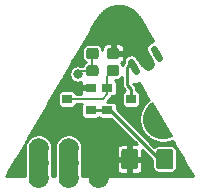
<source format=gbr>
G04 #@! TF.GenerationSoftware,KiCad,Pcbnew,5.0.0-fee4fd1~66~ubuntu18.04.1*
G04 #@! TF.CreationDate,2018-09-18T17:11:03+02:00*
G04 #@! TF.ProjectId,Lulu_star_212,4C756C755F737461725F3231322E6B69,2.1.2*
G04 #@! TF.SameCoordinates,Original*
G04 #@! TF.FileFunction,Copper,L1,Top*
G04 #@! TF.FilePolarity,Positive*
%FSLAX46Y46*%
G04 Gerber Fmt 4.6, Leading zero omitted, Abs format (unit mm)*
G04 Created by KiCad (PCBNEW 5.0.0-fee4fd1~66~ubuntu18.04.1) date Tue Sep 18 17:11:03 2018*
%MOMM*%
%LPD*%
G01*
G04 APERTURE LIST*
G04 #@! TA.AperFunction,EtchedComponent*
%ADD10C,0.100000*%
G04 #@! TD*
G04 #@! TA.AperFunction,ViaPad*
%ADD11C,0.400000*%
G04 #@! TD*
G04 #@! TA.AperFunction,ViaPad*
%ADD12C,1.000000*%
G04 #@! TD*
G04 #@! TA.AperFunction,ComponentPad*
%ADD13C,0.600000*%
G04 #@! TD*
G04 #@! TA.AperFunction,Conductor*
%ADD14C,0.600000*%
G04 #@! TD*
G04 #@! TA.AperFunction,ComponentPad*
%ADD15C,1.100000*%
G04 #@! TD*
G04 #@! TA.AperFunction,Conductor*
%ADD16C,1.100000*%
G04 #@! TD*
G04 #@! TA.AperFunction,SMDPad,CuDef*
%ADD17C,2.480000*%
G04 #@! TD*
G04 #@! TA.AperFunction,Conductor*
%ADD18C,0.100000*%
G04 #@! TD*
G04 #@! TA.AperFunction,SMDPad,CuDef*
%ADD19C,0.950000*%
G04 #@! TD*
G04 #@! TA.AperFunction,SMDPad,CuDef*
%ADD20C,1.675000*%
G04 #@! TD*
G04 #@! TA.AperFunction,ComponentPad*
%ADD21C,1.670000*%
G04 #@! TD*
G04 #@! TA.AperFunction,SMDPad,CuDef*
%ADD22R,0.900000X0.800000*%
G04 #@! TD*
G04 #@! TA.AperFunction,SMDPad,CuDef*
%ADD23C,1.425000*%
G04 #@! TD*
G04 #@! TA.AperFunction,ViaPad*
%ADD24C,0.600000*%
G04 #@! TD*
G04 #@! TA.AperFunction,ViaPad*
%ADD25C,0.800000*%
G04 #@! TD*
G04 #@! TA.AperFunction,Conductor*
%ADD26C,0.250000*%
G04 #@! TD*
G04 #@! TA.AperFunction,Conductor*
%ADD27C,0.150000*%
G04 #@! TD*
G04 #@! TA.AperFunction,Conductor*
%ADD28C,0.254000*%
G04 #@! TD*
G04 APERTURE END LIST*
D10*
G04 #@! TO.C,P1*
G36*
X74442770Y-40829644D02*
X74412770Y-40777682D01*
X74391430Y-40720721D01*
X74365091Y-40655099D01*
X74332411Y-40558497D01*
X74299732Y-40461894D01*
X74280713Y-40368952D01*
X74254014Y-40222708D01*
X74247315Y-40111106D01*
X74245616Y-40008163D01*
X74250257Y-39936202D01*
X74258559Y-39850580D01*
X74272841Y-39715317D01*
X74287482Y-39660676D01*
X74305783Y-39592375D01*
X74327744Y-39510414D01*
X74354706Y-39437112D01*
X74374347Y-39391131D01*
X74397648Y-39331490D01*
X74417289Y-39285510D01*
X74445591Y-39234529D01*
X74473892Y-39183548D01*
X74502193Y-39132567D01*
X74539155Y-39076587D01*
X74563796Y-39039266D01*
X74597097Y-38996946D01*
X74642719Y-38935965D01*
X74693340Y-38883644D01*
X74756283Y-38812664D01*
X74794584Y-38779003D01*
X74832885Y-38745343D01*
X74879847Y-38706683D01*
X74952789Y-38653023D01*
X75025731Y-38599362D01*
X75095013Y-38559362D01*
X75945013Y-40031606D01*
X74472770Y-40881606D01*
X74442770Y-40829644D01*
G37*
G36*
X76743052Y-41533849D02*
X76691090Y-41563849D01*
X76634129Y-41585188D01*
X76568507Y-41611528D01*
X76471905Y-41644208D01*
X76375302Y-41676887D01*
X76282360Y-41695906D01*
X76136116Y-41722605D01*
X76024514Y-41729304D01*
X75921571Y-41731003D01*
X75849610Y-41726362D01*
X75763988Y-41718060D01*
X75628725Y-41703778D01*
X75574084Y-41689137D01*
X75505783Y-41670836D01*
X75423821Y-41648874D01*
X75350520Y-41621913D01*
X75304539Y-41602272D01*
X75244898Y-41578971D01*
X75198918Y-41559330D01*
X75147937Y-41531028D01*
X75096956Y-41502727D01*
X75045975Y-41474426D01*
X74989995Y-41437464D01*
X74952674Y-41412823D01*
X74910354Y-41379522D01*
X74849373Y-41333900D01*
X74797052Y-41283278D01*
X74726071Y-41220336D01*
X74692411Y-41182035D01*
X74658751Y-41143734D01*
X74620091Y-41096772D01*
X74566430Y-41023830D01*
X74512770Y-40950888D01*
X74472770Y-40881606D01*
X75945013Y-40031606D01*
X76795013Y-41503849D01*
X76743052Y-41533849D01*
G37*
G04 #@! TD*
D11*
G04 #@! TO.N,GND*
G04 #@! TO.C,LED1*
X71396115Y-32893469D03*
D12*
X72143258Y-32460365D03*
D13*
G04 #@! TD*
G04 #@! TO.P,LED1,2*
G04 #@! TO.N,+3V3*
X75365987Y-34459020D03*
D14*
G04 #@! TO.N,+3V3*
G04 #@! TO.C,LED1*
X75140307Y-34069702D02*
X75591667Y-34848338D01*
D13*
G04 #@! TD*
G04 #@! TO.P,LED1,1*
G04 #@! TO.N,Net-(LED1-Pad1)*
X73462653Y-35562344D03*
D14*
G04 #@! TO.N,Net-(LED1-Pad1)*
G04 #@! TO.C,LED1*
X73236973Y-35173026D02*
X73688333Y-35951662D01*
D15*
G04 #@! TD*
G04 #@! TO.P,LED1,3*
G04 #@! TO.N,GND*
X74339094Y-34880909D03*
D16*
G04 #@! TO.N,GND*
G04 #@! TO.C,LED1*
X74038188Y-34361818D02*
X74640000Y-35400000D01*
D11*
X72879417Y-32033629D03*
X72575397Y-33205841D03*
X71715557Y-31722539D03*
X72356137Y-31637812D03*
X71915283Y-33294663D03*
X72970042Y-32681666D03*
X71313191Y-32240812D03*
D17*
G04 #@! TD*
G04 #@! TO.P,LED1,*
G04 #@! TO.N,GND*
X72143258Y-32460365D03*
D18*
G04 #@! TO.N,GND*
G04 #@! TO.C,LED1*
G36*
X71685526Y-31307941D02*
X71800687Y-31268624D01*
X71919148Y-31240785D01*
X72039767Y-31224691D01*
X72161382Y-31220498D01*
X72282824Y-31228245D01*
X72402921Y-31247858D01*
X72520516Y-31279147D01*
X72634479Y-31321813D01*
X72743712Y-31375444D01*
X72847162Y-31439522D01*
X72943833Y-31513433D01*
X73032793Y-31596463D01*
X73113187Y-31687812D01*
X73184239Y-31786602D01*
X73207417Y-31826586D01*
X73212690Y-31823529D01*
X74550219Y-34130888D01*
X73583326Y-34691376D01*
X72870989Y-33462531D01*
X72817021Y-33501346D01*
X72711743Y-33562374D01*
X72600990Y-33612789D01*
X72485829Y-33652106D01*
X72367368Y-33679945D01*
X72246749Y-33696039D01*
X72125134Y-33700232D01*
X72003692Y-33692485D01*
X71883595Y-33672872D01*
X71766000Y-33641583D01*
X71652037Y-33598917D01*
X71542804Y-33545286D01*
X71439354Y-33481208D01*
X71342683Y-33407297D01*
X71253723Y-33324267D01*
X71173329Y-33232918D01*
X71102277Y-33134128D01*
X71041249Y-33028850D01*
X70990834Y-32918097D01*
X70951517Y-32802936D01*
X70923678Y-32684475D01*
X70907584Y-32563856D01*
X70903391Y-32442241D01*
X70911138Y-32320799D01*
X70930751Y-32200702D01*
X70962040Y-32083107D01*
X71004706Y-31969144D01*
X71058337Y-31859911D01*
X71122415Y-31756461D01*
X71196326Y-31659790D01*
X71279356Y-31570830D01*
X71370705Y-31490436D01*
X71469495Y-31419384D01*
X71574773Y-31358356D01*
X71685526Y-31307941D01*
X71685526Y-31307941D01*
G37*
G04 #@! TD*
G04 #@! TO.N,/PWM*
G04 #@! TO.C,R3*
G36*
X70275779Y-34006144D02*
X70298834Y-34009563D01*
X70321443Y-34015227D01*
X70343387Y-34023079D01*
X70364457Y-34033044D01*
X70384448Y-34045026D01*
X70403168Y-34058910D01*
X70420438Y-34074562D01*
X70436090Y-34091832D01*
X70449974Y-34110552D01*
X70461956Y-34130543D01*
X70471921Y-34151613D01*
X70479773Y-34173557D01*
X70485437Y-34196166D01*
X70488856Y-34219221D01*
X70490000Y-34242500D01*
X70490000Y-34717500D01*
X70488856Y-34740779D01*
X70485437Y-34763834D01*
X70479773Y-34786443D01*
X70471921Y-34808387D01*
X70461956Y-34829457D01*
X70449974Y-34849448D01*
X70436090Y-34868168D01*
X70420438Y-34885438D01*
X70403168Y-34901090D01*
X70384448Y-34914974D01*
X70364457Y-34926956D01*
X70343387Y-34936921D01*
X70321443Y-34944773D01*
X70298834Y-34950437D01*
X70275779Y-34953856D01*
X70252500Y-34955000D01*
X69677500Y-34955000D01*
X69654221Y-34953856D01*
X69631166Y-34950437D01*
X69608557Y-34944773D01*
X69586613Y-34936921D01*
X69565543Y-34926956D01*
X69545552Y-34914974D01*
X69526832Y-34901090D01*
X69509562Y-34885438D01*
X69493910Y-34868168D01*
X69480026Y-34849448D01*
X69468044Y-34829457D01*
X69458079Y-34808387D01*
X69450227Y-34786443D01*
X69444563Y-34763834D01*
X69441144Y-34740779D01*
X69440000Y-34717500D01*
X69440000Y-34242500D01*
X69441144Y-34219221D01*
X69444563Y-34196166D01*
X69450227Y-34173557D01*
X69458079Y-34151613D01*
X69468044Y-34130543D01*
X69480026Y-34110552D01*
X69493910Y-34091832D01*
X69509562Y-34074562D01*
X69526832Y-34058910D01*
X69545552Y-34045026D01*
X69565543Y-34033044D01*
X69586613Y-34023079D01*
X69608557Y-34015227D01*
X69631166Y-34009563D01*
X69654221Y-34006144D01*
X69677500Y-34005000D01*
X70252500Y-34005000D01*
X70275779Y-34006144D01*
X70275779Y-34006144D01*
G37*
D19*
G04 #@! TD*
G04 #@! TO.P,R3,1*
G04 #@! TO.N,/PWM*
X69965000Y-34480000D03*
D18*
G04 #@! TO.N,GND*
G04 #@! TO.C,R3*
G36*
X72025779Y-34006144D02*
X72048834Y-34009563D01*
X72071443Y-34015227D01*
X72093387Y-34023079D01*
X72114457Y-34033044D01*
X72134448Y-34045026D01*
X72153168Y-34058910D01*
X72170438Y-34074562D01*
X72186090Y-34091832D01*
X72199974Y-34110552D01*
X72211956Y-34130543D01*
X72221921Y-34151613D01*
X72229773Y-34173557D01*
X72235437Y-34196166D01*
X72238856Y-34219221D01*
X72240000Y-34242500D01*
X72240000Y-34717500D01*
X72238856Y-34740779D01*
X72235437Y-34763834D01*
X72229773Y-34786443D01*
X72221921Y-34808387D01*
X72211956Y-34829457D01*
X72199974Y-34849448D01*
X72186090Y-34868168D01*
X72170438Y-34885438D01*
X72153168Y-34901090D01*
X72134448Y-34914974D01*
X72114457Y-34926956D01*
X72093387Y-34936921D01*
X72071443Y-34944773D01*
X72048834Y-34950437D01*
X72025779Y-34953856D01*
X72002500Y-34955000D01*
X71427500Y-34955000D01*
X71404221Y-34953856D01*
X71381166Y-34950437D01*
X71358557Y-34944773D01*
X71336613Y-34936921D01*
X71315543Y-34926956D01*
X71295552Y-34914974D01*
X71276832Y-34901090D01*
X71259562Y-34885438D01*
X71243910Y-34868168D01*
X71230026Y-34849448D01*
X71218044Y-34829457D01*
X71208079Y-34808387D01*
X71200227Y-34786443D01*
X71194563Y-34763834D01*
X71191144Y-34740779D01*
X71190000Y-34717500D01*
X71190000Y-34242500D01*
X71191144Y-34219221D01*
X71194563Y-34196166D01*
X71200227Y-34173557D01*
X71208079Y-34151613D01*
X71218044Y-34130543D01*
X71230026Y-34110552D01*
X71243910Y-34091832D01*
X71259562Y-34074562D01*
X71276832Y-34058910D01*
X71295552Y-34045026D01*
X71315543Y-34033044D01*
X71336613Y-34023079D01*
X71358557Y-34015227D01*
X71381166Y-34009563D01*
X71404221Y-34006144D01*
X71427500Y-34005000D01*
X72002500Y-34005000D01*
X72025779Y-34006144D01*
X72025779Y-34006144D01*
G37*
D19*
G04 #@! TD*
G04 #@! TO.P,R3,2*
G04 #@! TO.N,GND*
X71715000Y-34480000D03*
D18*
G04 #@! TO.N,GND*
G04 #@! TO.C,J1*
G36*
X70560090Y-41662033D02*
X70641389Y-41674092D01*
X70721114Y-41694062D01*
X70798498Y-41721751D01*
X70872796Y-41756891D01*
X70943291Y-41799144D01*
X71009305Y-41848104D01*
X71070203Y-41903298D01*
X71125397Y-41964196D01*
X71174357Y-42030210D01*
X71216610Y-42100705D01*
X71251750Y-42175003D01*
X71279439Y-42252387D01*
X71299409Y-42332112D01*
X71311468Y-42413411D01*
X71315501Y-42495500D01*
X71315501Y-45020500D01*
X71311468Y-45102589D01*
X71299409Y-45183888D01*
X71279439Y-45263613D01*
X71251750Y-45340997D01*
X71216610Y-45415295D01*
X71174357Y-45485790D01*
X71125397Y-45551804D01*
X71070203Y-45612702D01*
X71009305Y-45667896D01*
X70943291Y-45716856D01*
X70872796Y-45759109D01*
X70798498Y-45794249D01*
X70721114Y-45821938D01*
X70641389Y-45841908D01*
X70560090Y-45853967D01*
X70478001Y-45858000D01*
X70477999Y-45858000D01*
X70395910Y-45853967D01*
X70314611Y-45841908D01*
X70234886Y-45821938D01*
X70157502Y-45794249D01*
X70083204Y-45759109D01*
X70012709Y-45716856D01*
X69946695Y-45667896D01*
X69885797Y-45612702D01*
X69830603Y-45551804D01*
X69781643Y-45485790D01*
X69739390Y-45415295D01*
X69704250Y-45340997D01*
X69676561Y-45263613D01*
X69656591Y-45183888D01*
X69644532Y-45102589D01*
X69640499Y-45020500D01*
X69640499Y-42495500D01*
X69644532Y-42413411D01*
X69656591Y-42332112D01*
X69676561Y-42252387D01*
X69704250Y-42175003D01*
X69739390Y-42100705D01*
X69781643Y-42030210D01*
X69830603Y-41964196D01*
X69885797Y-41903298D01*
X69946695Y-41848104D01*
X70012709Y-41799144D01*
X70083204Y-41756891D01*
X70157502Y-41721751D01*
X70234886Y-41694062D01*
X70314611Y-41674092D01*
X70395910Y-41662033D01*
X70477999Y-41658000D01*
X70478001Y-41658000D01*
X70560090Y-41662033D01*
X70560090Y-41662033D01*
G37*
D20*
G04 #@! TD*
G04 #@! TO.P,J1,3*
G04 #@! TO.N,GND*
X70478000Y-43758000D03*
D21*
G04 #@! TO.P,J1,3*
G04 #@! TO.N,GND*
X70478000Y-42488000D03*
X70478000Y-45028000D03*
G04 #@! TO.P,J1,2*
G04 #@! TO.N,/PWM*
X67938000Y-42488000D03*
D18*
G04 #@! TD*
G04 #@! TO.N,/PWM*
G04 #@! TO.C,J1*
G36*
X68020090Y-41662033D02*
X68101389Y-41674092D01*
X68181114Y-41694062D01*
X68258498Y-41721751D01*
X68332796Y-41756891D01*
X68403291Y-41799144D01*
X68469305Y-41848104D01*
X68530203Y-41903298D01*
X68585397Y-41964196D01*
X68634357Y-42030210D01*
X68676610Y-42100705D01*
X68711750Y-42175003D01*
X68739439Y-42252387D01*
X68759409Y-42332112D01*
X68771468Y-42413411D01*
X68775501Y-42495500D01*
X68775501Y-45020500D01*
X68771468Y-45102589D01*
X68759409Y-45183888D01*
X68739439Y-45263613D01*
X68711750Y-45340997D01*
X68676610Y-45415295D01*
X68634357Y-45485790D01*
X68585397Y-45551804D01*
X68530203Y-45612702D01*
X68469305Y-45667896D01*
X68403291Y-45716856D01*
X68332796Y-45759109D01*
X68258498Y-45794249D01*
X68181114Y-45821938D01*
X68101389Y-45841908D01*
X68020090Y-45853967D01*
X67938001Y-45858000D01*
X67937999Y-45858000D01*
X67855910Y-45853967D01*
X67774611Y-45841908D01*
X67694886Y-45821938D01*
X67617502Y-45794249D01*
X67543204Y-45759109D01*
X67472709Y-45716856D01*
X67406695Y-45667896D01*
X67345797Y-45612702D01*
X67290603Y-45551804D01*
X67241643Y-45485790D01*
X67199390Y-45415295D01*
X67164250Y-45340997D01*
X67136561Y-45263613D01*
X67116591Y-45183888D01*
X67104532Y-45102589D01*
X67100499Y-45020500D01*
X67100499Y-42495500D01*
X67104532Y-42413411D01*
X67116591Y-42332112D01*
X67136561Y-42252387D01*
X67164250Y-42175003D01*
X67199390Y-42100705D01*
X67241643Y-42030210D01*
X67290603Y-41964196D01*
X67345797Y-41903298D01*
X67406695Y-41848104D01*
X67472709Y-41799144D01*
X67543204Y-41756891D01*
X67617502Y-41721751D01*
X67694886Y-41694062D01*
X67774611Y-41674092D01*
X67855910Y-41662033D01*
X67937999Y-41658000D01*
X67938001Y-41658000D01*
X68020090Y-41662033D01*
X68020090Y-41662033D01*
G37*
D20*
G04 #@! TO.P,J1,2*
G04 #@! TO.N,/PWM*
X67938000Y-43758000D03*
D21*
X67938000Y-45028000D03*
D18*
G04 #@! TD*
G04 #@! TO.N,+3V3*
G04 #@! TO.C,J1*
G36*
X65480090Y-41662033D02*
X65561389Y-41674092D01*
X65641114Y-41694062D01*
X65718498Y-41721751D01*
X65792796Y-41756891D01*
X65863291Y-41799144D01*
X65929305Y-41848104D01*
X65990203Y-41903298D01*
X66045397Y-41964196D01*
X66094357Y-42030210D01*
X66136610Y-42100705D01*
X66171750Y-42175003D01*
X66199439Y-42252387D01*
X66219409Y-42332112D01*
X66231468Y-42413411D01*
X66235501Y-42495500D01*
X66235501Y-45020500D01*
X66231468Y-45102589D01*
X66219409Y-45183888D01*
X66199439Y-45263613D01*
X66171750Y-45340997D01*
X66136610Y-45415295D01*
X66094357Y-45485790D01*
X66045397Y-45551804D01*
X65990203Y-45612702D01*
X65929305Y-45667896D01*
X65863291Y-45716856D01*
X65792796Y-45759109D01*
X65718498Y-45794249D01*
X65641114Y-45821938D01*
X65561389Y-45841908D01*
X65480090Y-45853967D01*
X65398001Y-45858000D01*
X65397999Y-45858000D01*
X65315910Y-45853967D01*
X65234611Y-45841908D01*
X65154886Y-45821938D01*
X65077502Y-45794249D01*
X65003204Y-45759109D01*
X64932709Y-45716856D01*
X64866695Y-45667896D01*
X64805797Y-45612702D01*
X64750603Y-45551804D01*
X64701643Y-45485790D01*
X64659390Y-45415295D01*
X64624250Y-45340997D01*
X64596561Y-45263613D01*
X64576591Y-45183888D01*
X64564532Y-45102589D01*
X64560499Y-45020500D01*
X64560499Y-42495500D01*
X64564532Y-42413411D01*
X64576591Y-42332112D01*
X64596561Y-42252387D01*
X64624250Y-42175003D01*
X64659390Y-42100705D01*
X64701643Y-42030210D01*
X64750603Y-41964196D01*
X64805797Y-41903298D01*
X64866695Y-41848104D01*
X64932709Y-41799144D01*
X65003204Y-41756891D01*
X65077502Y-41721751D01*
X65154886Y-41694062D01*
X65234611Y-41674092D01*
X65315910Y-41662033D01*
X65397999Y-41658000D01*
X65398001Y-41658000D01*
X65480090Y-41662033D01*
X65480090Y-41662033D01*
G37*
D20*
G04 #@! TO.P,J1,1*
G04 #@! TO.N,+3V3*
X65398000Y-43758000D03*
D21*
X65398000Y-45028000D03*
X65398000Y-42488000D03*
G04 #@! TD*
D22*
G04 #@! TO.P,T1,3*
G04 #@! TO.N,Net-(Q1-Pad1)*
X67810000Y-38340000D03*
G04 #@! TO.P,T1,2*
G04 #@! TO.N,GND*
X69810000Y-37390000D03*
G04 #@! TO.P,T1,1*
G04 #@! TO.N,Net-(Q1-Pad2)*
X69810000Y-39290000D03*
G04 #@! TD*
G04 #@! TO.P,Q1,3*
G04 #@! TO.N,Net-(LED1-Pad1)*
X73230000Y-38340000D03*
G04 #@! TO.P,Q1,2*
G04 #@! TO.N,Net-(Q1-Pad2)*
X71230000Y-39290000D03*
G04 #@! TO.P,Q1,1*
G04 #@! TO.N,Net-(Q1-Pad1)*
X71230000Y-37390000D03*
G04 #@! TD*
D18*
G04 #@! TO.N,/PWM*
G04 #@! TO.C,R1*
G36*
X70265779Y-35466144D02*
X70288834Y-35469563D01*
X70311443Y-35475227D01*
X70333387Y-35483079D01*
X70354457Y-35493044D01*
X70374448Y-35505026D01*
X70393168Y-35518910D01*
X70410438Y-35534562D01*
X70426090Y-35551832D01*
X70439974Y-35570552D01*
X70451956Y-35590543D01*
X70461921Y-35611613D01*
X70469773Y-35633557D01*
X70475437Y-35656166D01*
X70478856Y-35679221D01*
X70480000Y-35702500D01*
X70480000Y-36177500D01*
X70478856Y-36200779D01*
X70475437Y-36223834D01*
X70469773Y-36246443D01*
X70461921Y-36268387D01*
X70451956Y-36289457D01*
X70439974Y-36309448D01*
X70426090Y-36328168D01*
X70410438Y-36345438D01*
X70393168Y-36361090D01*
X70374448Y-36374974D01*
X70354457Y-36386956D01*
X70333387Y-36396921D01*
X70311443Y-36404773D01*
X70288834Y-36410437D01*
X70265779Y-36413856D01*
X70242500Y-36415000D01*
X69667500Y-36415000D01*
X69644221Y-36413856D01*
X69621166Y-36410437D01*
X69598557Y-36404773D01*
X69576613Y-36396921D01*
X69555543Y-36386956D01*
X69535552Y-36374974D01*
X69516832Y-36361090D01*
X69499562Y-36345438D01*
X69483910Y-36328168D01*
X69470026Y-36309448D01*
X69458044Y-36289457D01*
X69448079Y-36268387D01*
X69440227Y-36246443D01*
X69434563Y-36223834D01*
X69431144Y-36200779D01*
X69430000Y-36177500D01*
X69430000Y-35702500D01*
X69431144Y-35679221D01*
X69434563Y-35656166D01*
X69440227Y-35633557D01*
X69448079Y-35611613D01*
X69458044Y-35590543D01*
X69470026Y-35570552D01*
X69483910Y-35551832D01*
X69499562Y-35534562D01*
X69516832Y-35518910D01*
X69535552Y-35505026D01*
X69555543Y-35493044D01*
X69576613Y-35483079D01*
X69598557Y-35475227D01*
X69621166Y-35469563D01*
X69644221Y-35466144D01*
X69667500Y-35465000D01*
X70242500Y-35465000D01*
X70265779Y-35466144D01*
X70265779Y-35466144D01*
G37*
D19*
G04 #@! TD*
G04 #@! TO.P,R1,2*
G04 #@! TO.N,/PWM*
X69955000Y-35940000D03*
D18*
G04 #@! TO.N,Net-(Q1-Pad1)*
G04 #@! TO.C,R1*
G36*
X72015779Y-35466144D02*
X72038834Y-35469563D01*
X72061443Y-35475227D01*
X72083387Y-35483079D01*
X72104457Y-35493044D01*
X72124448Y-35505026D01*
X72143168Y-35518910D01*
X72160438Y-35534562D01*
X72176090Y-35551832D01*
X72189974Y-35570552D01*
X72201956Y-35590543D01*
X72211921Y-35611613D01*
X72219773Y-35633557D01*
X72225437Y-35656166D01*
X72228856Y-35679221D01*
X72230000Y-35702500D01*
X72230000Y-36177500D01*
X72228856Y-36200779D01*
X72225437Y-36223834D01*
X72219773Y-36246443D01*
X72211921Y-36268387D01*
X72201956Y-36289457D01*
X72189974Y-36309448D01*
X72176090Y-36328168D01*
X72160438Y-36345438D01*
X72143168Y-36361090D01*
X72124448Y-36374974D01*
X72104457Y-36386956D01*
X72083387Y-36396921D01*
X72061443Y-36404773D01*
X72038834Y-36410437D01*
X72015779Y-36413856D01*
X71992500Y-36415000D01*
X71417500Y-36415000D01*
X71394221Y-36413856D01*
X71371166Y-36410437D01*
X71348557Y-36404773D01*
X71326613Y-36396921D01*
X71305543Y-36386956D01*
X71285552Y-36374974D01*
X71266832Y-36361090D01*
X71249562Y-36345438D01*
X71233910Y-36328168D01*
X71220026Y-36309448D01*
X71208044Y-36289457D01*
X71198079Y-36268387D01*
X71190227Y-36246443D01*
X71184563Y-36223834D01*
X71181144Y-36200779D01*
X71180000Y-36177500D01*
X71180000Y-35702500D01*
X71181144Y-35679221D01*
X71184563Y-35656166D01*
X71190227Y-35633557D01*
X71198079Y-35611613D01*
X71208044Y-35590543D01*
X71220026Y-35570552D01*
X71233910Y-35551832D01*
X71249562Y-35534562D01*
X71266832Y-35518910D01*
X71285552Y-35505026D01*
X71305543Y-35493044D01*
X71326613Y-35483079D01*
X71348557Y-35475227D01*
X71371166Y-35469563D01*
X71394221Y-35466144D01*
X71417500Y-35465000D01*
X71992500Y-35465000D01*
X72015779Y-35466144D01*
X72015779Y-35466144D01*
G37*
D19*
G04 #@! TD*
G04 #@! TO.P,R1,1*
G04 #@! TO.N,Net-(Q1-Pad1)*
X71705000Y-35940000D03*
D18*
G04 #@! TO.N,GND*
G04 #@! TO.C,R2*
G36*
X73600069Y-42556201D02*
X73624276Y-42559792D01*
X73648015Y-42565738D01*
X73671057Y-42573982D01*
X73693180Y-42584446D01*
X73714171Y-42597027D01*
X73733827Y-42611605D01*
X73751960Y-42628040D01*
X73768395Y-42646173D01*
X73782973Y-42665829D01*
X73795554Y-42686820D01*
X73806018Y-42708943D01*
X73814262Y-42731985D01*
X73820208Y-42755724D01*
X73823799Y-42779931D01*
X73825000Y-42804374D01*
X73825000Y-44055626D01*
X73823799Y-44080069D01*
X73820208Y-44104276D01*
X73814262Y-44128015D01*
X73806018Y-44151057D01*
X73795554Y-44173180D01*
X73782973Y-44194171D01*
X73768395Y-44213827D01*
X73751960Y-44231960D01*
X73733827Y-44248395D01*
X73714171Y-44262973D01*
X73693180Y-44275554D01*
X73671057Y-44286018D01*
X73648015Y-44294262D01*
X73624276Y-44300208D01*
X73600069Y-44303799D01*
X73575626Y-44305000D01*
X72649374Y-44305000D01*
X72624931Y-44303799D01*
X72600724Y-44300208D01*
X72576985Y-44294262D01*
X72553943Y-44286018D01*
X72531820Y-44275554D01*
X72510829Y-44262973D01*
X72491173Y-44248395D01*
X72473040Y-44231960D01*
X72456605Y-44213827D01*
X72442027Y-44194171D01*
X72429446Y-44173180D01*
X72418982Y-44151057D01*
X72410738Y-44128015D01*
X72404792Y-44104276D01*
X72401201Y-44080069D01*
X72400000Y-44055626D01*
X72400000Y-42804374D01*
X72401201Y-42779931D01*
X72404792Y-42755724D01*
X72410738Y-42731985D01*
X72418982Y-42708943D01*
X72429446Y-42686820D01*
X72442027Y-42665829D01*
X72456605Y-42646173D01*
X72473040Y-42628040D01*
X72491173Y-42611605D01*
X72510829Y-42597027D01*
X72531820Y-42584446D01*
X72553943Y-42573982D01*
X72576985Y-42565738D01*
X72600724Y-42559792D01*
X72624931Y-42556201D01*
X72649374Y-42555000D01*
X73575626Y-42555000D01*
X73600069Y-42556201D01*
X73600069Y-42556201D01*
G37*
D23*
G04 #@! TD*
G04 #@! TO.P,R2,2*
G04 #@! TO.N,GND*
X73112500Y-43430000D03*
D18*
G04 #@! TO.N,Net-(Q1-Pad2)*
G04 #@! TO.C,R2*
G36*
X76574504Y-42556204D02*
X76598773Y-42559804D01*
X76622571Y-42565765D01*
X76645671Y-42574030D01*
X76667849Y-42584520D01*
X76688893Y-42597133D01*
X76708598Y-42611747D01*
X76726777Y-42628223D01*
X76743253Y-42646402D01*
X76757867Y-42666107D01*
X76770480Y-42687151D01*
X76780970Y-42709329D01*
X76789235Y-42732429D01*
X76795196Y-42756227D01*
X76798796Y-42780496D01*
X76800000Y-42805000D01*
X76800000Y-44055000D01*
X76798796Y-44079504D01*
X76795196Y-44103773D01*
X76789235Y-44127571D01*
X76780970Y-44150671D01*
X76770480Y-44172849D01*
X76757867Y-44193893D01*
X76743253Y-44213598D01*
X76726777Y-44231777D01*
X76708598Y-44248253D01*
X76688893Y-44262867D01*
X76667849Y-44275480D01*
X76645671Y-44285970D01*
X76622571Y-44294235D01*
X76598773Y-44300196D01*
X76574504Y-44303796D01*
X76550000Y-44305000D01*
X75625000Y-44305000D01*
X75600496Y-44303796D01*
X75576227Y-44300196D01*
X75552429Y-44294235D01*
X75529329Y-44285970D01*
X75507151Y-44275480D01*
X75486107Y-44262867D01*
X75466402Y-44248253D01*
X75448223Y-44231777D01*
X75431747Y-44213598D01*
X75417133Y-44193893D01*
X75404520Y-44172849D01*
X75394030Y-44150671D01*
X75385765Y-44127571D01*
X75379804Y-44103773D01*
X75376204Y-44079504D01*
X75375000Y-44055000D01*
X75375000Y-42805000D01*
X75376204Y-42780496D01*
X75379804Y-42756227D01*
X75385765Y-42732429D01*
X75394030Y-42709329D01*
X75404520Y-42687151D01*
X75417133Y-42666107D01*
X75431747Y-42646402D01*
X75448223Y-42628223D01*
X75466402Y-42611747D01*
X75486107Y-42597133D01*
X75507151Y-42584520D01*
X75529329Y-42574030D01*
X75552429Y-42565765D01*
X75576227Y-42559804D01*
X75600496Y-42556204D01*
X75625000Y-42555000D01*
X76550000Y-42555000D01*
X76574504Y-42556204D01*
X76574504Y-42556204D01*
G37*
D23*
G04 #@! TD*
G04 #@! TO.P,R2,1*
G04 #@! TO.N,Net-(Q1-Pad2)*
X76087500Y-43430000D03*
D24*
G04 #@! TO.N,GND*
X71740000Y-44600000D03*
X69208000Y-44600000D03*
X66668000Y-44600000D03*
X64128000Y-44600000D03*
D25*
G04 #@! TO.N,/PWM*
X68730002Y-36220000D03*
G04 #@! TD*
D26*
G04 #@! TO.N,Net-(Q1-Pad2)*
X75616000Y-43430000D02*
X76087500Y-43430000D01*
X71306000Y-39120000D02*
X75616000Y-43430000D01*
X71256000Y-39120000D02*
X71306000Y-39120000D01*
X71230000Y-39290000D02*
X69810000Y-39290000D01*
D27*
G04 #@! TO.N,Net-(Q1-Pad1)*
X71240000Y-37204000D02*
X71256000Y-37220000D01*
X71230000Y-37390000D02*
X71230000Y-36415000D01*
X71230000Y-36415000D02*
X71705000Y-35940000D01*
X71230000Y-37940000D02*
X71230000Y-37390000D01*
X70830000Y-38340000D02*
X71230000Y-37940000D01*
X67810000Y-38340000D02*
X70830000Y-38340000D01*
G04 #@! TO.N,/PWM*
X69955000Y-34320000D02*
X69955000Y-35790000D01*
X69010002Y-35940000D02*
X68730002Y-36220000D01*
X69955000Y-35940000D02*
X69010002Y-35940000D01*
D26*
G04 #@! TO.N,Net-(LED1-Pad1)*
X72930000Y-35610000D02*
X73040000Y-35500000D01*
X72930000Y-37190000D02*
X72930000Y-35610000D01*
X73236671Y-35500000D02*
X73511976Y-35775305D01*
X73040000Y-35500000D02*
X73236671Y-35500000D01*
X72930000Y-37190000D02*
X73230000Y-37490000D01*
X73230000Y-37490000D02*
X73230000Y-38340000D01*
G04 #@! TO.N,+3V3*
X65398000Y-43758000D02*
X65398000Y-42488000D01*
G04 #@! TD*
D28*
G04 #@! TO.N,GND*
G36*
X72266410Y-30470960D02*
X72351995Y-30476407D01*
X72434573Y-30485274D01*
X72515259Y-30497615D01*
X72594510Y-30513275D01*
X72671979Y-30531955D01*
X72747523Y-30553605D01*
X72821388Y-30578238D01*
X72893750Y-30605752D01*
X72964523Y-30636027D01*
X73033857Y-30669021D01*
X73101674Y-30704590D01*
X73168083Y-30742710D01*
X73233042Y-30783252D01*
X73296618Y-30826177D01*
X73358821Y-30871370D01*
X73419594Y-30918706D01*
X73479013Y-30968165D01*
X73537058Y-31019599D01*
X73593679Y-31072881D01*
X73648897Y-31127941D01*
X73702724Y-31184684D01*
X73755177Y-31243012D01*
X73806205Y-31302754D01*
X73855810Y-31363846D01*
X73904028Y-31426157D01*
X73950776Y-31489512D01*
X73996147Y-31553907D01*
X74040035Y-31619069D01*
X74082540Y-31685035D01*
X74123600Y-31751562D01*
X74163812Y-31819570D01*
X74209793Y-31899047D01*
X74209803Y-31899069D01*
X74217703Y-31912720D01*
X74222182Y-31920461D01*
X74222190Y-31920472D01*
X74267840Y-31999349D01*
X74315386Y-32081531D01*
X74315396Y-32081552D01*
X74322568Y-32093944D01*
X74327775Y-32102944D01*
X74327782Y-32102954D01*
X74373433Y-32181834D01*
X74420979Y-32264014D01*
X74420989Y-32264037D01*
X74428160Y-32276427D01*
X74433367Y-32285427D01*
X74433375Y-32285438D01*
X74478692Y-32363739D01*
X74526570Y-32446495D01*
X74526579Y-32446514D01*
X74533752Y-32458909D01*
X74538960Y-32467910D01*
X74538966Y-32467919D01*
X74584461Y-32546532D01*
X74632165Y-32628984D01*
X74632171Y-32628997D01*
X74637379Y-32637996D01*
X74644554Y-32650397D01*
X74644562Y-32650408D01*
X74687029Y-32723789D01*
X74737758Y-32811466D01*
X74737764Y-32811480D01*
X74744939Y-32823878D01*
X74750148Y-32832881D01*
X74750154Y-32832889D01*
X74795502Y-32911249D01*
X74843351Y-32993949D01*
X74843357Y-32993963D01*
X74850532Y-33006361D01*
X74855741Y-33015364D01*
X74855747Y-33015372D01*
X74901239Y-33093981D01*
X74948945Y-33176436D01*
X74948949Y-33176445D01*
X74953556Y-33184407D01*
X74961332Y-33197846D01*
X74961341Y-33197859D01*
X75008942Y-33280113D01*
X75054531Y-33358912D01*
X75054541Y-33358934D01*
X75061714Y-33371328D01*
X75066920Y-33380326D01*
X75066928Y-33380337D01*
X75103540Y-33443599D01*
X75056981Y-33445204D01*
X74936749Y-33473460D01*
X74824339Y-33524629D01*
X74724072Y-33596744D01*
X74639800Y-33687035D01*
X74574762Y-33792033D01*
X74531458Y-33907701D01*
X74511553Y-34029593D01*
X74515809Y-34153028D01*
X74544065Y-34273260D01*
X74582414Y-34357508D01*
X74941473Y-34976917D01*
X74883957Y-35010340D01*
X74807814Y-35054587D01*
X74807792Y-35054597D01*
X74798619Y-35059930D01*
X74786439Y-35067008D01*
X74786416Y-35067025D01*
X74706657Y-35113395D01*
X74618392Y-35164687D01*
X74521856Y-35220782D01*
X74521853Y-35220784D01*
X74455038Y-35259611D01*
X74455009Y-35259624D01*
X74444404Y-35265790D01*
X74433661Y-35272033D01*
X74433640Y-35272048D01*
X74355905Y-35317244D01*
X74278671Y-35362123D01*
X74278670Y-35362124D01*
X74274659Y-35364455D01*
X74257274Y-35374557D01*
X74257271Y-35374559D01*
X74190479Y-35413373D01*
X74190478Y-35413373D01*
X74123566Y-35452256D01*
X73763979Y-34831938D01*
X73709931Y-34756791D01*
X73619640Y-34672519D01*
X73514642Y-34607481D01*
X73398974Y-34564177D01*
X73277082Y-34544272D01*
X73153647Y-34548528D01*
X73033415Y-34576784D01*
X72921005Y-34627953D01*
X72820738Y-34700068D01*
X72736466Y-34790359D01*
X72671428Y-34895357D01*
X72628124Y-35011025D01*
X72608219Y-35132917D01*
X72612475Y-35256352D01*
X72618288Y-35281089D01*
X72608842Y-35288841D01*
X72558417Y-35350284D01*
X72552358Y-35357667D01*
X72510386Y-35436191D01*
X72502621Y-35461790D01*
X72463180Y-35388002D01*
X72392780Y-35302220D01*
X72390803Y-35300597D01*
X72418576Y-35289093D01*
X72480323Y-35247835D01*
X72532835Y-35195324D01*
X72574093Y-35133577D01*
X72602512Y-35064967D01*
X72617000Y-34992132D01*
X72617000Y-34701250D01*
X72522750Y-34607000D01*
X71842000Y-34607000D01*
X71842000Y-34627000D01*
X71588000Y-34627000D01*
X71588000Y-34607000D01*
X71568000Y-34607000D01*
X71568000Y-34353000D01*
X71588000Y-34353000D01*
X71588000Y-33722250D01*
X71842000Y-33722250D01*
X71842000Y-34353000D01*
X72522750Y-34353000D01*
X72617000Y-34258750D01*
X72617000Y-33967868D01*
X72602512Y-33895033D01*
X72574093Y-33826423D01*
X72532835Y-33764676D01*
X72480323Y-33712165D01*
X72418576Y-33670907D01*
X72349967Y-33642488D01*
X72277131Y-33628000D01*
X71936250Y-33628000D01*
X71842000Y-33722250D01*
X71588000Y-33722250D01*
X71493750Y-33628000D01*
X71152869Y-33628000D01*
X71080033Y-33642488D01*
X71011424Y-33670907D01*
X70949677Y-33712165D01*
X70897165Y-33764676D01*
X70855907Y-33826423D01*
X70827488Y-33895033D01*
X70813000Y-33967868D01*
X70813000Y-34185825D01*
X70807705Y-34132063D01*
X70775492Y-34025870D01*
X70723180Y-33928002D01*
X70652780Y-33842220D01*
X70566998Y-33771820D01*
X70469130Y-33719508D01*
X70362937Y-33687295D01*
X70252500Y-33676418D01*
X69677500Y-33676418D01*
X69567063Y-33687295D01*
X69460870Y-33719508D01*
X69363002Y-33771820D01*
X69277220Y-33842220D01*
X69206820Y-33928002D01*
X69154508Y-34025870D01*
X69122295Y-34132063D01*
X69111418Y-34242500D01*
X69111418Y-34717500D01*
X69122295Y-34827937D01*
X69154508Y-34934130D01*
X69206820Y-35031998D01*
X69277220Y-35117780D01*
X69363002Y-35188180D01*
X69398824Y-35207327D01*
X69353002Y-35231820D01*
X69267220Y-35302220D01*
X69196820Y-35388002D01*
X69144508Y-35485870D01*
X69128695Y-35538000D01*
X69029741Y-35538000D01*
X69010002Y-35536056D01*
X68990262Y-35538000D01*
X68990255Y-35538000D01*
X68984597Y-35538557D01*
X68942060Y-35520938D01*
X68801605Y-35493000D01*
X68658399Y-35493000D01*
X68517944Y-35520938D01*
X68385638Y-35575741D01*
X68266566Y-35655302D01*
X68165304Y-35756564D01*
X68085743Y-35875636D01*
X68030940Y-36007942D01*
X68003002Y-36148397D01*
X68003002Y-36291603D01*
X68030940Y-36432058D01*
X68085743Y-36564364D01*
X68165304Y-36683436D01*
X68266566Y-36784698D01*
X68385638Y-36864259D01*
X68517944Y-36919062D01*
X68658399Y-36947000D01*
X68801605Y-36947000D01*
X68942060Y-36919062D01*
X68994004Y-36897546D01*
X68983000Y-36952868D01*
X68983000Y-37168750D01*
X69077250Y-37263000D01*
X69683000Y-37263000D01*
X69683000Y-37243000D01*
X69937000Y-37243000D01*
X69937000Y-37263000D01*
X69957000Y-37263000D01*
X69957000Y-37517000D01*
X69937000Y-37517000D01*
X69937000Y-37537000D01*
X69683000Y-37537000D01*
X69683000Y-37517000D01*
X69077250Y-37517000D01*
X68983000Y-37611250D01*
X68983000Y-37827132D01*
X68997488Y-37899967D01*
X69013242Y-37938000D01*
X68588385Y-37938000D01*
X68582268Y-37875897D01*
X68563570Y-37814257D01*
X68533206Y-37757450D01*
X68492343Y-37707657D01*
X68442550Y-37666794D01*
X68385743Y-37636430D01*
X68324103Y-37617732D01*
X68260000Y-37611418D01*
X67360000Y-37611418D01*
X67295897Y-37617732D01*
X67234257Y-37636430D01*
X67177450Y-37666794D01*
X67127657Y-37707657D01*
X67086794Y-37757450D01*
X67056430Y-37814257D01*
X67037732Y-37875897D01*
X67031418Y-37940000D01*
X67031418Y-38740000D01*
X67037732Y-38804103D01*
X67056430Y-38865743D01*
X67086794Y-38922550D01*
X67127657Y-38972343D01*
X67177450Y-39013206D01*
X67234257Y-39043570D01*
X67295897Y-39062268D01*
X67360000Y-39068582D01*
X68260000Y-39068582D01*
X68324103Y-39062268D01*
X68385743Y-39043570D01*
X68442550Y-39013206D01*
X68492343Y-38972343D01*
X68533206Y-38922550D01*
X68563570Y-38865743D01*
X68582268Y-38804103D01*
X68588385Y-38742000D01*
X69068327Y-38742000D01*
X69056430Y-38764257D01*
X69037732Y-38825897D01*
X69031418Y-38890000D01*
X69031418Y-39690000D01*
X69037732Y-39754103D01*
X69056430Y-39815743D01*
X69086794Y-39872550D01*
X69127657Y-39922343D01*
X69177450Y-39963206D01*
X69234257Y-39993570D01*
X69295897Y-40012268D01*
X69360000Y-40018582D01*
X70260000Y-40018582D01*
X70324103Y-40012268D01*
X70385743Y-39993570D01*
X70442550Y-39963206D01*
X70492343Y-39922343D01*
X70520000Y-39888642D01*
X70547657Y-39922343D01*
X70597450Y-39963206D01*
X70654257Y-39993570D01*
X70715897Y-40012268D01*
X70780000Y-40018582D01*
X71565359Y-40018582D01*
X73724776Y-42178000D01*
X73333750Y-42178000D01*
X73239500Y-42272250D01*
X73239500Y-43303000D01*
X74107750Y-43303000D01*
X74202000Y-43208750D01*
X74202000Y-42655224D01*
X75046418Y-43499643D01*
X75046418Y-44055000D01*
X75057535Y-44167876D01*
X75090460Y-44276414D01*
X75143927Y-44376443D01*
X75215881Y-44464119D01*
X75303557Y-44536073D01*
X75403586Y-44589540D01*
X75512124Y-44622465D01*
X75625000Y-44633582D01*
X76550000Y-44633582D01*
X76662876Y-44622465D01*
X76771414Y-44589540D01*
X76871443Y-44536073D01*
X76959119Y-44464119D01*
X77031073Y-44376443D01*
X77084540Y-44276414D01*
X77117465Y-44167876D01*
X77128582Y-44055000D01*
X77128582Y-42805000D01*
X77117465Y-42692124D01*
X77084540Y-42583586D01*
X77031073Y-42483557D01*
X76959119Y-42395881D01*
X76871443Y-42323927D01*
X76771414Y-42270460D01*
X76662876Y-42237535D01*
X76550000Y-42226418D01*
X75625000Y-42226418D01*
X75512124Y-42237535D01*
X75403586Y-42270460D01*
X75303557Y-42323927D01*
X75218751Y-42393526D01*
X72008582Y-39183359D01*
X72008582Y-38890000D01*
X72002268Y-38825897D01*
X71983570Y-38764257D01*
X71953206Y-38707450D01*
X71912343Y-38657657D01*
X71862550Y-38616794D01*
X71805743Y-38586430D01*
X71744103Y-38567732D01*
X71680000Y-38561418D01*
X71177095Y-38561418D01*
X71500291Y-38238222D01*
X71515632Y-38225632D01*
X71565868Y-38164420D01*
X71590369Y-38118582D01*
X71680000Y-38118582D01*
X71744103Y-38112268D01*
X71805743Y-38093570D01*
X71862550Y-38063206D01*
X71912343Y-38022343D01*
X71953206Y-37972550D01*
X71983570Y-37915743D01*
X72002268Y-37854103D01*
X72008582Y-37790000D01*
X72008582Y-36990000D01*
X72002268Y-36925897D01*
X71983570Y-36864257D01*
X71953206Y-36807450D01*
X71912343Y-36757657D01*
X71895192Y-36743582D01*
X71992500Y-36743582D01*
X72102937Y-36732705D01*
X72209130Y-36700492D01*
X72306998Y-36648180D01*
X72392780Y-36577780D01*
X72463180Y-36491998D01*
X72478000Y-36464271D01*
X72478000Y-37167795D01*
X72475813Y-37190000D01*
X72484540Y-37278607D01*
X72486174Y-37283994D01*
X72510386Y-37363809D01*
X72552357Y-37442332D01*
X72608841Y-37511159D01*
X72626100Y-37525323D01*
X72718274Y-37617498D01*
X72715897Y-37617732D01*
X72654257Y-37636430D01*
X72597450Y-37666794D01*
X72547657Y-37707657D01*
X72506794Y-37757450D01*
X72476430Y-37814257D01*
X72457732Y-37875897D01*
X72451418Y-37940000D01*
X72451418Y-38740000D01*
X72457732Y-38804103D01*
X72476430Y-38865743D01*
X72506794Y-38922550D01*
X72547657Y-38972343D01*
X72597450Y-39013206D01*
X72654257Y-39043570D01*
X72715897Y-39062268D01*
X72780000Y-39068582D01*
X73680000Y-39068582D01*
X73744103Y-39062268D01*
X73805743Y-39043570D01*
X73862550Y-39013206D01*
X73912343Y-38972343D01*
X73953206Y-38922550D01*
X73983570Y-38865743D01*
X74002268Y-38804103D01*
X74008582Y-38740000D01*
X74008582Y-37940000D01*
X74002268Y-37875897D01*
X73983570Y-37814257D01*
X73953206Y-37757450D01*
X73912343Y-37707657D01*
X73862550Y-37666794D01*
X73805743Y-37636430D01*
X73744103Y-37617732D01*
X73682000Y-37611615D01*
X73682000Y-37512204D01*
X73684187Y-37489999D01*
X73675460Y-37401392D01*
X73649614Y-37316190D01*
X73632405Y-37283994D01*
X73607643Y-37237667D01*
X73551159Y-37168841D01*
X73533906Y-37154682D01*
X73407039Y-37027816D01*
X73418591Y-37038323D01*
X73434712Y-37053612D01*
X73436953Y-37055025D01*
X73438910Y-37056805D01*
X73457922Y-37068246D01*
X73476702Y-37080087D01*
X73479173Y-37081035D01*
X73481442Y-37082400D01*
X73502307Y-37089907D01*
X73523050Y-37097862D01*
X73525665Y-37098310D01*
X73528151Y-37099205D01*
X73550055Y-37102494D01*
X73571975Y-37106253D01*
X73574627Y-37106183D01*
X73577240Y-37106575D01*
X73599371Y-37105527D01*
X73621596Y-37104938D01*
X73624181Y-37104352D01*
X73626823Y-37104227D01*
X73648340Y-37098877D01*
X73670008Y-37093967D01*
X73672429Y-37092888D01*
X73674996Y-37092250D01*
X73695056Y-37082806D01*
X73715350Y-37073763D01*
X73727650Y-37065064D01*
X73735035Y-37060655D01*
X73761088Y-37045100D01*
X73770706Y-37039358D01*
X73770713Y-37039355D01*
X73786100Y-37030168D01*
X73791953Y-37026674D01*
X73791956Y-37026672D01*
X73797871Y-37023140D01*
X73807933Y-37017133D01*
X73807940Y-37017130D01*
X73822701Y-37008317D01*
X73829180Y-37004449D01*
X73829183Y-37004447D01*
X73835098Y-37000915D01*
X73845160Y-36994908D01*
X73845167Y-36994905D01*
X73859990Y-36986055D01*
X73866407Y-36982224D01*
X73866410Y-36982222D01*
X73872709Y-36978461D01*
X73882387Y-36972683D01*
X73882394Y-36972680D01*
X73896936Y-36963998D01*
X73916182Y-36997290D01*
X73916184Y-36997295D01*
X74069534Y-37262564D01*
X74069534Y-37262565D01*
X74232564Y-37544582D01*
X74376232Y-37793104D01*
X74376234Y-37793109D01*
X74529584Y-38058378D01*
X74529584Y-38058379D01*
X74695320Y-38345079D01*
X74695324Y-38345084D01*
X74732392Y-38409207D01*
X74686074Y-38443280D01*
X74681130Y-38447722D01*
X74675563Y-38451346D01*
X74672018Y-38454223D01*
X74625055Y-38492883D01*
X74622931Y-38495012D01*
X74620473Y-38496727D01*
X74617022Y-38499717D01*
X74578759Y-38533344D01*
X74578717Y-38533380D01*
X74540416Y-38567041D01*
X74528082Y-38580226D01*
X74514676Y-38592312D01*
X74511623Y-38595707D01*
X74453396Y-38661368D01*
X74407709Y-38708591D01*
X74396253Y-38723016D01*
X74383646Y-38736441D01*
X74380885Y-38740078D01*
X74337669Y-38797843D01*
X74306816Y-38837052D01*
X74300710Y-38846601D01*
X74293452Y-38855301D01*
X74290910Y-38859094D01*
X74266268Y-38896415D01*
X74266265Y-38896420D01*
X74229310Y-38952390D01*
X74224504Y-38961491D01*
X74218536Y-38969878D01*
X74216292Y-38973855D01*
X74187991Y-39024836D01*
X74159706Y-39075789D01*
X74159692Y-39075813D01*
X74131390Y-39126794D01*
X74125586Y-39140182D01*
X74118399Y-39152870D01*
X74116575Y-39157056D01*
X74096935Y-39203036D01*
X74096081Y-39205739D01*
X74094759Y-39208253D01*
X74093068Y-39212494D01*
X74071628Y-39267372D01*
X74053992Y-39308660D01*
X74052151Y-39314488D01*
X74049414Y-39319955D01*
X74047808Y-39324229D01*
X74020846Y-39397531D01*
X74017682Y-39409684D01*
X74013098Y-39421380D01*
X74011886Y-39425782D01*
X73989935Y-39507707D01*
X73989925Y-39507742D01*
X73971634Y-39576007D01*
X73971624Y-39576042D01*
X73956983Y-39630683D01*
X73953175Y-39653684D01*
X73948160Y-39676443D01*
X73947649Y-39680981D01*
X73933367Y-39816244D01*
X73933366Y-39816319D01*
X73933085Y-39819021D01*
X73924783Y-39904644D01*
X73924786Y-39907649D01*
X73924261Y-39910601D01*
X73923935Y-39915156D01*
X73919294Y-39987117D01*
X73919659Y-39998077D01*
X73918617Y-40008993D01*
X73918661Y-40013559D01*
X73920360Y-40116502D01*
X73920911Y-40121307D01*
X73920661Y-40126139D01*
X73920903Y-40130699D01*
X73927602Y-40242301D01*
X73930341Y-40259525D01*
X73931542Y-40276938D01*
X73932331Y-40281436D01*
X73959030Y-40427680D01*
X73959360Y-40428835D01*
X73959468Y-40430029D01*
X73960352Y-40434508D01*
X73979371Y-40527450D01*
X73984700Y-40544703D01*
X73988543Y-40562343D01*
X73989975Y-40566679D01*
X74022641Y-40663241D01*
X74022656Y-40663286D01*
X74055336Y-40759888D01*
X74058136Y-40766092D01*
X74059952Y-40772654D01*
X74061623Y-40776903D01*
X74086550Y-40839008D01*
X74106554Y-40892403D01*
X74117437Y-40914581D01*
X74127324Y-40937211D01*
X74129579Y-40941181D01*
X74189579Y-41045105D01*
X74189580Y-41045106D01*
X74229580Y-41114388D01*
X74238789Y-41127251D01*
X74246687Y-41140964D01*
X74249367Y-41144661D01*
X74303027Y-41217603D01*
X74303029Y-41217605D01*
X74356690Y-41290547D01*
X74361129Y-41295488D01*
X74364754Y-41301056D01*
X74367631Y-41304602D01*
X74406291Y-41351564D01*
X74408420Y-41353688D01*
X74410135Y-41356146D01*
X74413125Y-41359597D01*
X74480445Y-41436199D01*
X74493630Y-41448533D01*
X74505722Y-41461946D01*
X74509117Y-41464999D01*
X74574782Y-41523227D01*
X74621997Y-41568908D01*
X74636421Y-41580363D01*
X74649849Y-41592973D01*
X74653486Y-41595734D01*
X74711251Y-41638950D01*
X74750460Y-41669803D01*
X74760009Y-41675909D01*
X74768709Y-41683167D01*
X74772502Y-41685710D01*
X74809823Y-41710351D01*
X74809828Y-41710354D01*
X74865798Y-41747309D01*
X74874902Y-41752117D01*
X74883287Y-41758083D01*
X74887263Y-41760327D01*
X74938244Y-41788628D01*
X74989197Y-41816913D01*
X74989221Y-41816927D01*
X75040202Y-41845229D01*
X75053589Y-41851032D01*
X75066278Y-41858220D01*
X75070464Y-41860043D01*
X75116444Y-41879684D01*
X75119147Y-41880538D01*
X75121661Y-41881860D01*
X75125902Y-41883551D01*
X75180794Y-41904997D01*
X75222068Y-41922627D01*
X75227896Y-41924468D01*
X75233365Y-41927206D01*
X75237639Y-41928812D01*
X75310940Y-41955773D01*
X75323093Y-41958937D01*
X75334784Y-41963519D01*
X75339186Y-41964731D01*
X75421089Y-41986677D01*
X75421150Y-41986694D01*
X75489415Y-42004985D01*
X75489450Y-42004995D01*
X75544092Y-42019636D01*
X75567092Y-42023444D01*
X75589852Y-42028459D01*
X75594389Y-42028970D01*
X75729652Y-42043252D01*
X75729727Y-42043253D01*
X75732430Y-42043534D01*
X75818052Y-42051836D01*
X75821058Y-42051833D01*
X75824010Y-42052358D01*
X75828564Y-42052684D01*
X75900526Y-42057325D01*
X75911485Y-42056960D01*
X75922401Y-42058002D01*
X75926967Y-42057958D01*
X76029910Y-42056259D01*
X76034715Y-42055708D01*
X76039547Y-42055958D01*
X76044107Y-42055716D01*
X76155709Y-42049017D01*
X76172933Y-42046278D01*
X76190346Y-42045077D01*
X76194844Y-42044288D01*
X76341088Y-42017589D01*
X76342243Y-42017259D01*
X76343437Y-42017151D01*
X76347916Y-42016267D01*
X76440858Y-41997248D01*
X76458111Y-41991919D01*
X76475751Y-41988076D01*
X76480087Y-41986644D01*
X76576649Y-41953978D01*
X76576694Y-41953963D01*
X76673296Y-41921283D01*
X76679504Y-41918481D01*
X76686066Y-41916665D01*
X76690315Y-41914994D01*
X76746086Y-41892608D01*
X76829829Y-42037470D01*
X76829831Y-42037475D01*
X76983181Y-42302744D01*
X76983181Y-42302745D01*
X77145531Y-42583586D01*
X77289876Y-42833279D01*
X77443227Y-43098578D01*
X77443231Y-43098587D01*
X77596581Y-43363856D01*
X77596581Y-43363857D01*
X77749930Y-43629129D01*
X77903280Y-43894398D01*
X77903280Y-43894399D01*
X78064163Y-44172702D01*
X78209978Y-44424938D01*
X78209980Y-44424943D01*
X78363328Y-44690209D01*
X78363330Y-44690214D01*
X78457638Y-44853351D01*
X69104083Y-44853351D01*
X69104083Y-43651250D01*
X72023000Y-43651250D01*
X72023000Y-44342132D01*
X72037488Y-44414967D01*
X72065907Y-44483577D01*
X72107165Y-44545324D01*
X72159677Y-44597835D01*
X72221424Y-44639093D01*
X72290033Y-44667512D01*
X72362869Y-44682000D01*
X72891250Y-44682000D01*
X72985500Y-44587750D01*
X72985500Y-43557000D01*
X73239500Y-43557000D01*
X73239500Y-44587750D01*
X73333750Y-44682000D01*
X73862131Y-44682000D01*
X73934967Y-44667512D01*
X74003576Y-44639093D01*
X74065323Y-44597835D01*
X74117835Y-44545324D01*
X74159093Y-44483577D01*
X74187512Y-44414967D01*
X74202000Y-44342132D01*
X74202000Y-43651250D01*
X74107750Y-43557000D01*
X73239500Y-43557000D01*
X72985500Y-43557000D01*
X72117250Y-43557000D01*
X72023000Y-43651250D01*
X69104083Y-43651250D01*
X69104083Y-42517868D01*
X72023000Y-42517868D01*
X72023000Y-43208750D01*
X72117250Y-43303000D01*
X72985500Y-43303000D01*
X72985500Y-42272250D01*
X72891250Y-42178000D01*
X72362869Y-42178000D01*
X72290033Y-42192488D01*
X72221424Y-42220907D01*
X72159677Y-42262165D01*
X72107165Y-42314676D01*
X72065907Y-42376423D01*
X72037488Y-42445033D01*
X72023000Y-42517868D01*
X69104083Y-42517868D01*
X69104083Y-42495500D01*
X69100000Y-42454045D01*
X69100000Y-42373553D01*
X69084297Y-42294607D01*
X69081677Y-42268009D01*
X69073919Y-42242433D01*
X69055345Y-42149057D01*
X69018911Y-42061098D01*
X69015320Y-42049260D01*
X69009489Y-42038350D01*
X68967751Y-41937587D01*
X68840584Y-41747268D01*
X68678732Y-41585416D01*
X68488413Y-41458249D01*
X68276943Y-41370655D01*
X68052447Y-41326000D01*
X67823553Y-41326000D01*
X67599057Y-41370655D01*
X67387587Y-41458249D01*
X67197268Y-41585416D01*
X67035416Y-41747268D01*
X66908249Y-41937587D01*
X66866511Y-42038350D01*
X66860680Y-42049260D01*
X66857089Y-42061098D01*
X66820655Y-42149057D01*
X66802081Y-42242433D01*
X66794323Y-42268009D01*
X66791703Y-42294607D01*
X66776000Y-42373553D01*
X66776000Y-42454045D01*
X66771917Y-42495500D01*
X66771917Y-44853351D01*
X66564083Y-44853351D01*
X66564083Y-42495500D01*
X66560000Y-42454045D01*
X66560000Y-42373553D01*
X66544297Y-42294607D01*
X66541677Y-42268009D01*
X66533919Y-42242433D01*
X66515345Y-42149057D01*
X66478911Y-42061098D01*
X66475320Y-42049260D01*
X66469489Y-42038350D01*
X66427751Y-41937587D01*
X66300584Y-41747268D01*
X66138732Y-41585416D01*
X65948413Y-41458249D01*
X65736943Y-41370655D01*
X65512447Y-41326000D01*
X65283553Y-41326000D01*
X65059057Y-41370655D01*
X64847587Y-41458249D01*
X64657268Y-41585416D01*
X64495416Y-41747268D01*
X64368249Y-41937587D01*
X64326511Y-42038350D01*
X64320680Y-42049260D01*
X64317089Y-42061098D01*
X64280655Y-42149057D01*
X64262081Y-42242433D01*
X64254323Y-42268009D01*
X64251703Y-42294607D01*
X64236000Y-42373553D01*
X64236000Y-42454045D01*
X64231917Y-42495500D01*
X64231917Y-44853351D01*
X62666537Y-44853351D01*
X62696455Y-44801561D01*
X62696456Y-44801558D01*
X62938572Y-44382468D01*
X62938574Y-44382463D01*
X63180696Y-43963336D01*
X63180700Y-43963327D01*
X63422816Y-43544209D01*
X63664933Y-43125115D01*
X63664935Y-43125110D01*
X63907057Y-42705983D01*
X63907061Y-42705974D01*
X64149177Y-42286856D01*
X64391294Y-41867762D01*
X64391296Y-41867757D01*
X64633418Y-41448630D01*
X64633421Y-41448624D01*
X64875539Y-41029502D01*
X64875541Y-41029497D01*
X65117659Y-40610377D01*
X65117662Y-40610370D01*
X65359776Y-40191283D01*
X65359778Y-40191278D01*
X65601900Y-39772151D01*
X65601904Y-39772142D01*
X65837089Y-39365022D01*
X66086137Y-38933930D01*
X66086139Y-38933925D01*
X66328261Y-38514798D01*
X66328264Y-38514792D01*
X66570382Y-38095670D01*
X66812498Y-37676577D01*
X66812500Y-37676572D01*
X67054622Y-37257445D01*
X67054625Y-37257439D01*
X67296743Y-36838317D01*
X67296744Y-36838314D01*
X67528145Y-36437772D01*
X67531283Y-36432340D01*
X67538860Y-36419224D01*
X67538862Y-36419219D01*
X67780984Y-36000092D01*
X67780990Y-36000078D01*
X68023104Y-35580964D01*
X68023105Y-35580961D01*
X68252841Y-35183300D01*
X68252844Y-35183296D01*
X68264815Y-35162574D01*
X68265221Y-35161871D01*
X68265222Y-35161869D01*
X68507344Y-34742739D01*
X68507346Y-34742735D01*
X68749466Y-34323613D01*
X68749469Y-34323607D01*
X68991587Y-33904486D01*
X68991590Y-33904479D01*
X69233704Y-33485392D01*
X69233706Y-33485387D01*
X69475828Y-33066260D01*
X69475834Y-33066246D01*
X69717948Y-32647132D01*
X69960064Y-32228039D01*
X69960066Y-32228034D01*
X70195412Y-31820636D01*
X70235555Y-31752703D01*
X70276576Y-31686205D01*
X70319100Y-31620187D01*
X70363046Y-31554923D01*
X70408419Y-31490518D01*
X70455235Y-31427067D01*
X70503440Y-31364774D01*
X70553120Y-31303595D01*
X70604196Y-31243801D01*
X70656665Y-31185460D01*
X70710579Y-31128633D01*
X70765889Y-31073487D01*
X70822577Y-31020122D01*
X70880631Y-30968658D01*
X70940105Y-30919179D01*
X71000981Y-30871760D01*
X71063265Y-30826504D01*
X71126880Y-30783544D01*
X71191927Y-30742960D01*
X71258412Y-30704780D01*
X71326325Y-30669141D01*
X71395673Y-30636118D01*
X71466508Y-30605813D01*
X71538937Y-30578268D01*
X71612831Y-30553594D01*
X71688348Y-30531962D01*
X71765864Y-30513279D01*
X71845123Y-30497622D01*
X71925862Y-30485276D01*
X72008458Y-30476407D01*
X72094059Y-30470960D01*
X72180240Y-30468624D01*
X72266410Y-30470960D01*
X72266410Y-30470960D01*
G37*
X72266410Y-30470960D02*
X72351995Y-30476407D01*
X72434573Y-30485274D01*
X72515259Y-30497615D01*
X72594510Y-30513275D01*
X72671979Y-30531955D01*
X72747523Y-30553605D01*
X72821388Y-30578238D01*
X72893750Y-30605752D01*
X72964523Y-30636027D01*
X73033857Y-30669021D01*
X73101674Y-30704590D01*
X73168083Y-30742710D01*
X73233042Y-30783252D01*
X73296618Y-30826177D01*
X73358821Y-30871370D01*
X73419594Y-30918706D01*
X73479013Y-30968165D01*
X73537058Y-31019599D01*
X73593679Y-31072881D01*
X73648897Y-31127941D01*
X73702724Y-31184684D01*
X73755177Y-31243012D01*
X73806205Y-31302754D01*
X73855810Y-31363846D01*
X73904028Y-31426157D01*
X73950776Y-31489512D01*
X73996147Y-31553907D01*
X74040035Y-31619069D01*
X74082540Y-31685035D01*
X74123600Y-31751562D01*
X74163812Y-31819570D01*
X74209793Y-31899047D01*
X74209803Y-31899069D01*
X74217703Y-31912720D01*
X74222182Y-31920461D01*
X74222190Y-31920472D01*
X74267840Y-31999349D01*
X74315386Y-32081531D01*
X74315396Y-32081552D01*
X74322568Y-32093944D01*
X74327775Y-32102944D01*
X74327782Y-32102954D01*
X74373433Y-32181834D01*
X74420979Y-32264014D01*
X74420989Y-32264037D01*
X74428160Y-32276427D01*
X74433367Y-32285427D01*
X74433375Y-32285438D01*
X74478692Y-32363739D01*
X74526570Y-32446495D01*
X74526579Y-32446514D01*
X74533752Y-32458909D01*
X74538960Y-32467910D01*
X74538966Y-32467919D01*
X74584461Y-32546532D01*
X74632165Y-32628984D01*
X74632171Y-32628997D01*
X74637379Y-32637996D01*
X74644554Y-32650397D01*
X74644562Y-32650408D01*
X74687029Y-32723789D01*
X74737758Y-32811466D01*
X74737764Y-32811480D01*
X74744939Y-32823878D01*
X74750148Y-32832881D01*
X74750154Y-32832889D01*
X74795502Y-32911249D01*
X74843351Y-32993949D01*
X74843357Y-32993963D01*
X74850532Y-33006361D01*
X74855741Y-33015364D01*
X74855747Y-33015372D01*
X74901239Y-33093981D01*
X74948945Y-33176436D01*
X74948949Y-33176445D01*
X74953556Y-33184407D01*
X74961332Y-33197846D01*
X74961341Y-33197859D01*
X75008942Y-33280113D01*
X75054531Y-33358912D01*
X75054541Y-33358934D01*
X75061714Y-33371328D01*
X75066920Y-33380326D01*
X75066928Y-33380337D01*
X75103540Y-33443599D01*
X75056981Y-33445204D01*
X74936749Y-33473460D01*
X74824339Y-33524629D01*
X74724072Y-33596744D01*
X74639800Y-33687035D01*
X74574762Y-33792033D01*
X74531458Y-33907701D01*
X74511553Y-34029593D01*
X74515809Y-34153028D01*
X74544065Y-34273260D01*
X74582414Y-34357508D01*
X74941473Y-34976917D01*
X74883957Y-35010340D01*
X74807814Y-35054587D01*
X74807792Y-35054597D01*
X74798619Y-35059930D01*
X74786439Y-35067008D01*
X74786416Y-35067025D01*
X74706657Y-35113395D01*
X74618392Y-35164687D01*
X74521856Y-35220782D01*
X74521853Y-35220784D01*
X74455038Y-35259611D01*
X74455009Y-35259624D01*
X74444404Y-35265790D01*
X74433661Y-35272033D01*
X74433640Y-35272048D01*
X74355905Y-35317244D01*
X74278671Y-35362123D01*
X74278670Y-35362124D01*
X74274659Y-35364455D01*
X74257274Y-35374557D01*
X74257271Y-35374559D01*
X74190479Y-35413373D01*
X74190478Y-35413373D01*
X74123566Y-35452256D01*
X73763979Y-34831938D01*
X73709931Y-34756791D01*
X73619640Y-34672519D01*
X73514642Y-34607481D01*
X73398974Y-34564177D01*
X73277082Y-34544272D01*
X73153647Y-34548528D01*
X73033415Y-34576784D01*
X72921005Y-34627953D01*
X72820738Y-34700068D01*
X72736466Y-34790359D01*
X72671428Y-34895357D01*
X72628124Y-35011025D01*
X72608219Y-35132917D01*
X72612475Y-35256352D01*
X72618288Y-35281089D01*
X72608842Y-35288841D01*
X72558417Y-35350284D01*
X72552358Y-35357667D01*
X72510386Y-35436191D01*
X72502621Y-35461790D01*
X72463180Y-35388002D01*
X72392780Y-35302220D01*
X72390803Y-35300597D01*
X72418576Y-35289093D01*
X72480323Y-35247835D01*
X72532835Y-35195324D01*
X72574093Y-35133577D01*
X72602512Y-35064967D01*
X72617000Y-34992132D01*
X72617000Y-34701250D01*
X72522750Y-34607000D01*
X71842000Y-34607000D01*
X71842000Y-34627000D01*
X71588000Y-34627000D01*
X71588000Y-34607000D01*
X71568000Y-34607000D01*
X71568000Y-34353000D01*
X71588000Y-34353000D01*
X71588000Y-33722250D01*
X71842000Y-33722250D01*
X71842000Y-34353000D01*
X72522750Y-34353000D01*
X72617000Y-34258750D01*
X72617000Y-33967868D01*
X72602512Y-33895033D01*
X72574093Y-33826423D01*
X72532835Y-33764676D01*
X72480323Y-33712165D01*
X72418576Y-33670907D01*
X72349967Y-33642488D01*
X72277131Y-33628000D01*
X71936250Y-33628000D01*
X71842000Y-33722250D01*
X71588000Y-33722250D01*
X71493750Y-33628000D01*
X71152869Y-33628000D01*
X71080033Y-33642488D01*
X71011424Y-33670907D01*
X70949677Y-33712165D01*
X70897165Y-33764676D01*
X70855907Y-33826423D01*
X70827488Y-33895033D01*
X70813000Y-33967868D01*
X70813000Y-34185825D01*
X70807705Y-34132063D01*
X70775492Y-34025870D01*
X70723180Y-33928002D01*
X70652780Y-33842220D01*
X70566998Y-33771820D01*
X70469130Y-33719508D01*
X70362937Y-33687295D01*
X70252500Y-33676418D01*
X69677500Y-33676418D01*
X69567063Y-33687295D01*
X69460870Y-33719508D01*
X69363002Y-33771820D01*
X69277220Y-33842220D01*
X69206820Y-33928002D01*
X69154508Y-34025870D01*
X69122295Y-34132063D01*
X69111418Y-34242500D01*
X69111418Y-34717500D01*
X69122295Y-34827937D01*
X69154508Y-34934130D01*
X69206820Y-35031998D01*
X69277220Y-35117780D01*
X69363002Y-35188180D01*
X69398824Y-35207327D01*
X69353002Y-35231820D01*
X69267220Y-35302220D01*
X69196820Y-35388002D01*
X69144508Y-35485870D01*
X69128695Y-35538000D01*
X69029741Y-35538000D01*
X69010002Y-35536056D01*
X68990262Y-35538000D01*
X68990255Y-35538000D01*
X68984597Y-35538557D01*
X68942060Y-35520938D01*
X68801605Y-35493000D01*
X68658399Y-35493000D01*
X68517944Y-35520938D01*
X68385638Y-35575741D01*
X68266566Y-35655302D01*
X68165304Y-35756564D01*
X68085743Y-35875636D01*
X68030940Y-36007942D01*
X68003002Y-36148397D01*
X68003002Y-36291603D01*
X68030940Y-36432058D01*
X68085743Y-36564364D01*
X68165304Y-36683436D01*
X68266566Y-36784698D01*
X68385638Y-36864259D01*
X68517944Y-36919062D01*
X68658399Y-36947000D01*
X68801605Y-36947000D01*
X68942060Y-36919062D01*
X68994004Y-36897546D01*
X68983000Y-36952868D01*
X68983000Y-37168750D01*
X69077250Y-37263000D01*
X69683000Y-37263000D01*
X69683000Y-37243000D01*
X69937000Y-37243000D01*
X69937000Y-37263000D01*
X69957000Y-37263000D01*
X69957000Y-37517000D01*
X69937000Y-37517000D01*
X69937000Y-37537000D01*
X69683000Y-37537000D01*
X69683000Y-37517000D01*
X69077250Y-37517000D01*
X68983000Y-37611250D01*
X68983000Y-37827132D01*
X68997488Y-37899967D01*
X69013242Y-37938000D01*
X68588385Y-37938000D01*
X68582268Y-37875897D01*
X68563570Y-37814257D01*
X68533206Y-37757450D01*
X68492343Y-37707657D01*
X68442550Y-37666794D01*
X68385743Y-37636430D01*
X68324103Y-37617732D01*
X68260000Y-37611418D01*
X67360000Y-37611418D01*
X67295897Y-37617732D01*
X67234257Y-37636430D01*
X67177450Y-37666794D01*
X67127657Y-37707657D01*
X67086794Y-37757450D01*
X67056430Y-37814257D01*
X67037732Y-37875897D01*
X67031418Y-37940000D01*
X67031418Y-38740000D01*
X67037732Y-38804103D01*
X67056430Y-38865743D01*
X67086794Y-38922550D01*
X67127657Y-38972343D01*
X67177450Y-39013206D01*
X67234257Y-39043570D01*
X67295897Y-39062268D01*
X67360000Y-39068582D01*
X68260000Y-39068582D01*
X68324103Y-39062268D01*
X68385743Y-39043570D01*
X68442550Y-39013206D01*
X68492343Y-38972343D01*
X68533206Y-38922550D01*
X68563570Y-38865743D01*
X68582268Y-38804103D01*
X68588385Y-38742000D01*
X69068327Y-38742000D01*
X69056430Y-38764257D01*
X69037732Y-38825897D01*
X69031418Y-38890000D01*
X69031418Y-39690000D01*
X69037732Y-39754103D01*
X69056430Y-39815743D01*
X69086794Y-39872550D01*
X69127657Y-39922343D01*
X69177450Y-39963206D01*
X69234257Y-39993570D01*
X69295897Y-40012268D01*
X69360000Y-40018582D01*
X70260000Y-40018582D01*
X70324103Y-40012268D01*
X70385743Y-39993570D01*
X70442550Y-39963206D01*
X70492343Y-39922343D01*
X70520000Y-39888642D01*
X70547657Y-39922343D01*
X70597450Y-39963206D01*
X70654257Y-39993570D01*
X70715897Y-40012268D01*
X70780000Y-40018582D01*
X71565359Y-40018582D01*
X73724776Y-42178000D01*
X73333750Y-42178000D01*
X73239500Y-42272250D01*
X73239500Y-43303000D01*
X74107750Y-43303000D01*
X74202000Y-43208750D01*
X74202000Y-42655224D01*
X75046418Y-43499643D01*
X75046418Y-44055000D01*
X75057535Y-44167876D01*
X75090460Y-44276414D01*
X75143927Y-44376443D01*
X75215881Y-44464119D01*
X75303557Y-44536073D01*
X75403586Y-44589540D01*
X75512124Y-44622465D01*
X75625000Y-44633582D01*
X76550000Y-44633582D01*
X76662876Y-44622465D01*
X76771414Y-44589540D01*
X76871443Y-44536073D01*
X76959119Y-44464119D01*
X77031073Y-44376443D01*
X77084540Y-44276414D01*
X77117465Y-44167876D01*
X77128582Y-44055000D01*
X77128582Y-42805000D01*
X77117465Y-42692124D01*
X77084540Y-42583586D01*
X77031073Y-42483557D01*
X76959119Y-42395881D01*
X76871443Y-42323927D01*
X76771414Y-42270460D01*
X76662876Y-42237535D01*
X76550000Y-42226418D01*
X75625000Y-42226418D01*
X75512124Y-42237535D01*
X75403586Y-42270460D01*
X75303557Y-42323927D01*
X75218751Y-42393526D01*
X72008582Y-39183359D01*
X72008582Y-38890000D01*
X72002268Y-38825897D01*
X71983570Y-38764257D01*
X71953206Y-38707450D01*
X71912343Y-38657657D01*
X71862550Y-38616794D01*
X71805743Y-38586430D01*
X71744103Y-38567732D01*
X71680000Y-38561418D01*
X71177095Y-38561418D01*
X71500291Y-38238222D01*
X71515632Y-38225632D01*
X71565868Y-38164420D01*
X71590369Y-38118582D01*
X71680000Y-38118582D01*
X71744103Y-38112268D01*
X71805743Y-38093570D01*
X71862550Y-38063206D01*
X71912343Y-38022343D01*
X71953206Y-37972550D01*
X71983570Y-37915743D01*
X72002268Y-37854103D01*
X72008582Y-37790000D01*
X72008582Y-36990000D01*
X72002268Y-36925897D01*
X71983570Y-36864257D01*
X71953206Y-36807450D01*
X71912343Y-36757657D01*
X71895192Y-36743582D01*
X71992500Y-36743582D01*
X72102937Y-36732705D01*
X72209130Y-36700492D01*
X72306998Y-36648180D01*
X72392780Y-36577780D01*
X72463180Y-36491998D01*
X72478000Y-36464271D01*
X72478000Y-37167795D01*
X72475813Y-37190000D01*
X72484540Y-37278607D01*
X72486174Y-37283994D01*
X72510386Y-37363809D01*
X72552357Y-37442332D01*
X72608841Y-37511159D01*
X72626100Y-37525323D01*
X72718274Y-37617498D01*
X72715897Y-37617732D01*
X72654257Y-37636430D01*
X72597450Y-37666794D01*
X72547657Y-37707657D01*
X72506794Y-37757450D01*
X72476430Y-37814257D01*
X72457732Y-37875897D01*
X72451418Y-37940000D01*
X72451418Y-38740000D01*
X72457732Y-38804103D01*
X72476430Y-38865743D01*
X72506794Y-38922550D01*
X72547657Y-38972343D01*
X72597450Y-39013206D01*
X72654257Y-39043570D01*
X72715897Y-39062268D01*
X72780000Y-39068582D01*
X73680000Y-39068582D01*
X73744103Y-39062268D01*
X73805743Y-39043570D01*
X73862550Y-39013206D01*
X73912343Y-38972343D01*
X73953206Y-38922550D01*
X73983570Y-38865743D01*
X74002268Y-38804103D01*
X74008582Y-38740000D01*
X74008582Y-37940000D01*
X74002268Y-37875897D01*
X73983570Y-37814257D01*
X73953206Y-37757450D01*
X73912343Y-37707657D01*
X73862550Y-37666794D01*
X73805743Y-37636430D01*
X73744103Y-37617732D01*
X73682000Y-37611615D01*
X73682000Y-37512204D01*
X73684187Y-37489999D01*
X73675460Y-37401392D01*
X73649614Y-37316190D01*
X73632405Y-37283994D01*
X73607643Y-37237667D01*
X73551159Y-37168841D01*
X73533906Y-37154682D01*
X73407039Y-37027816D01*
X73418591Y-37038323D01*
X73434712Y-37053612D01*
X73436953Y-37055025D01*
X73438910Y-37056805D01*
X73457922Y-37068246D01*
X73476702Y-37080087D01*
X73479173Y-37081035D01*
X73481442Y-37082400D01*
X73502307Y-37089907D01*
X73523050Y-37097862D01*
X73525665Y-37098310D01*
X73528151Y-37099205D01*
X73550055Y-37102494D01*
X73571975Y-37106253D01*
X73574627Y-37106183D01*
X73577240Y-37106575D01*
X73599371Y-37105527D01*
X73621596Y-37104938D01*
X73624181Y-37104352D01*
X73626823Y-37104227D01*
X73648340Y-37098877D01*
X73670008Y-37093967D01*
X73672429Y-37092888D01*
X73674996Y-37092250D01*
X73695056Y-37082806D01*
X73715350Y-37073763D01*
X73727650Y-37065064D01*
X73735035Y-37060655D01*
X73761088Y-37045100D01*
X73770706Y-37039358D01*
X73770713Y-37039355D01*
X73786100Y-37030168D01*
X73791953Y-37026674D01*
X73791956Y-37026672D01*
X73797871Y-37023140D01*
X73807933Y-37017133D01*
X73807940Y-37017130D01*
X73822701Y-37008317D01*
X73829180Y-37004449D01*
X73829183Y-37004447D01*
X73835098Y-37000915D01*
X73845160Y-36994908D01*
X73845167Y-36994905D01*
X73859990Y-36986055D01*
X73866407Y-36982224D01*
X73866410Y-36982222D01*
X73872709Y-36978461D01*
X73882387Y-36972683D01*
X73882394Y-36972680D01*
X73896936Y-36963998D01*
X73916182Y-36997290D01*
X73916184Y-36997295D01*
X74069534Y-37262564D01*
X74069534Y-37262565D01*
X74232564Y-37544582D01*
X74376232Y-37793104D01*
X74376234Y-37793109D01*
X74529584Y-38058378D01*
X74529584Y-38058379D01*
X74695320Y-38345079D01*
X74695324Y-38345084D01*
X74732392Y-38409207D01*
X74686074Y-38443280D01*
X74681130Y-38447722D01*
X74675563Y-38451346D01*
X74672018Y-38454223D01*
X74625055Y-38492883D01*
X74622931Y-38495012D01*
X74620473Y-38496727D01*
X74617022Y-38499717D01*
X74578759Y-38533344D01*
X74578717Y-38533380D01*
X74540416Y-38567041D01*
X74528082Y-38580226D01*
X74514676Y-38592312D01*
X74511623Y-38595707D01*
X74453396Y-38661368D01*
X74407709Y-38708591D01*
X74396253Y-38723016D01*
X74383646Y-38736441D01*
X74380885Y-38740078D01*
X74337669Y-38797843D01*
X74306816Y-38837052D01*
X74300710Y-38846601D01*
X74293452Y-38855301D01*
X74290910Y-38859094D01*
X74266268Y-38896415D01*
X74266265Y-38896420D01*
X74229310Y-38952390D01*
X74224504Y-38961491D01*
X74218536Y-38969878D01*
X74216292Y-38973855D01*
X74187991Y-39024836D01*
X74159706Y-39075789D01*
X74159692Y-39075813D01*
X74131390Y-39126794D01*
X74125586Y-39140182D01*
X74118399Y-39152870D01*
X74116575Y-39157056D01*
X74096935Y-39203036D01*
X74096081Y-39205739D01*
X74094759Y-39208253D01*
X74093068Y-39212494D01*
X74071628Y-39267372D01*
X74053992Y-39308660D01*
X74052151Y-39314488D01*
X74049414Y-39319955D01*
X74047808Y-39324229D01*
X74020846Y-39397531D01*
X74017682Y-39409684D01*
X74013098Y-39421380D01*
X74011886Y-39425782D01*
X73989935Y-39507707D01*
X73989925Y-39507742D01*
X73971634Y-39576007D01*
X73971624Y-39576042D01*
X73956983Y-39630683D01*
X73953175Y-39653684D01*
X73948160Y-39676443D01*
X73947649Y-39680981D01*
X73933367Y-39816244D01*
X73933366Y-39816319D01*
X73933085Y-39819021D01*
X73924783Y-39904644D01*
X73924786Y-39907649D01*
X73924261Y-39910601D01*
X73923935Y-39915156D01*
X73919294Y-39987117D01*
X73919659Y-39998077D01*
X73918617Y-40008993D01*
X73918661Y-40013559D01*
X73920360Y-40116502D01*
X73920911Y-40121307D01*
X73920661Y-40126139D01*
X73920903Y-40130699D01*
X73927602Y-40242301D01*
X73930341Y-40259525D01*
X73931542Y-40276938D01*
X73932331Y-40281436D01*
X73959030Y-40427680D01*
X73959360Y-40428835D01*
X73959468Y-40430029D01*
X73960352Y-40434508D01*
X73979371Y-40527450D01*
X73984700Y-40544703D01*
X73988543Y-40562343D01*
X73989975Y-40566679D01*
X74022641Y-40663241D01*
X74022656Y-40663286D01*
X74055336Y-40759888D01*
X74058136Y-40766092D01*
X74059952Y-40772654D01*
X74061623Y-40776903D01*
X74086550Y-40839008D01*
X74106554Y-40892403D01*
X74117437Y-40914581D01*
X74127324Y-40937211D01*
X74129579Y-40941181D01*
X74189579Y-41045105D01*
X74189580Y-41045106D01*
X74229580Y-41114388D01*
X74238789Y-41127251D01*
X74246687Y-41140964D01*
X74249367Y-41144661D01*
X74303027Y-41217603D01*
X74303029Y-41217605D01*
X74356690Y-41290547D01*
X74361129Y-41295488D01*
X74364754Y-41301056D01*
X74367631Y-41304602D01*
X74406291Y-41351564D01*
X74408420Y-41353688D01*
X74410135Y-41356146D01*
X74413125Y-41359597D01*
X74480445Y-41436199D01*
X74493630Y-41448533D01*
X74505722Y-41461946D01*
X74509117Y-41464999D01*
X74574782Y-41523227D01*
X74621997Y-41568908D01*
X74636421Y-41580363D01*
X74649849Y-41592973D01*
X74653486Y-41595734D01*
X74711251Y-41638950D01*
X74750460Y-41669803D01*
X74760009Y-41675909D01*
X74768709Y-41683167D01*
X74772502Y-41685710D01*
X74809823Y-41710351D01*
X74809828Y-41710354D01*
X74865798Y-41747309D01*
X74874902Y-41752117D01*
X74883287Y-41758083D01*
X74887263Y-41760327D01*
X74938244Y-41788628D01*
X74989197Y-41816913D01*
X74989221Y-41816927D01*
X75040202Y-41845229D01*
X75053589Y-41851032D01*
X75066278Y-41858220D01*
X75070464Y-41860043D01*
X75116444Y-41879684D01*
X75119147Y-41880538D01*
X75121661Y-41881860D01*
X75125902Y-41883551D01*
X75180794Y-41904997D01*
X75222068Y-41922627D01*
X75227896Y-41924468D01*
X75233365Y-41927206D01*
X75237639Y-41928812D01*
X75310940Y-41955773D01*
X75323093Y-41958937D01*
X75334784Y-41963519D01*
X75339186Y-41964731D01*
X75421089Y-41986677D01*
X75421150Y-41986694D01*
X75489415Y-42004985D01*
X75489450Y-42004995D01*
X75544092Y-42019636D01*
X75567092Y-42023444D01*
X75589852Y-42028459D01*
X75594389Y-42028970D01*
X75729652Y-42043252D01*
X75729727Y-42043253D01*
X75732430Y-42043534D01*
X75818052Y-42051836D01*
X75821058Y-42051833D01*
X75824010Y-42052358D01*
X75828564Y-42052684D01*
X75900526Y-42057325D01*
X75911485Y-42056960D01*
X75922401Y-42058002D01*
X75926967Y-42057958D01*
X76029910Y-42056259D01*
X76034715Y-42055708D01*
X76039547Y-42055958D01*
X76044107Y-42055716D01*
X76155709Y-42049017D01*
X76172933Y-42046278D01*
X76190346Y-42045077D01*
X76194844Y-42044288D01*
X76341088Y-42017589D01*
X76342243Y-42017259D01*
X76343437Y-42017151D01*
X76347916Y-42016267D01*
X76440858Y-41997248D01*
X76458111Y-41991919D01*
X76475751Y-41988076D01*
X76480087Y-41986644D01*
X76576649Y-41953978D01*
X76576694Y-41953963D01*
X76673296Y-41921283D01*
X76679504Y-41918481D01*
X76686066Y-41916665D01*
X76690315Y-41914994D01*
X76746086Y-41892608D01*
X76829829Y-42037470D01*
X76829831Y-42037475D01*
X76983181Y-42302744D01*
X76983181Y-42302745D01*
X77145531Y-42583586D01*
X77289876Y-42833279D01*
X77443227Y-43098578D01*
X77443231Y-43098587D01*
X77596581Y-43363856D01*
X77596581Y-43363857D01*
X77749930Y-43629129D01*
X77903280Y-43894398D01*
X77903280Y-43894399D01*
X78064163Y-44172702D01*
X78209978Y-44424938D01*
X78209980Y-44424943D01*
X78363328Y-44690209D01*
X78363330Y-44690214D01*
X78457638Y-44853351D01*
X69104083Y-44853351D01*
X69104083Y-43651250D01*
X72023000Y-43651250D01*
X72023000Y-44342132D01*
X72037488Y-44414967D01*
X72065907Y-44483577D01*
X72107165Y-44545324D01*
X72159677Y-44597835D01*
X72221424Y-44639093D01*
X72290033Y-44667512D01*
X72362869Y-44682000D01*
X72891250Y-44682000D01*
X72985500Y-44587750D01*
X72985500Y-43557000D01*
X73239500Y-43557000D01*
X73239500Y-44587750D01*
X73333750Y-44682000D01*
X73862131Y-44682000D01*
X73934967Y-44667512D01*
X74003576Y-44639093D01*
X74065323Y-44597835D01*
X74117835Y-44545324D01*
X74159093Y-44483577D01*
X74187512Y-44414967D01*
X74202000Y-44342132D01*
X74202000Y-43651250D01*
X74107750Y-43557000D01*
X73239500Y-43557000D01*
X72985500Y-43557000D01*
X72117250Y-43557000D01*
X72023000Y-43651250D01*
X69104083Y-43651250D01*
X69104083Y-42517868D01*
X72023000Y-42517868D01*
X72023000Y-43208750D01*
X72117250Y-43303000D01*
X72985500Y-43303000D01*
X72985500Y-42272250D01*
X72891250Y-42178000D01*
X72362869Y-42178000D01*
X72290033Y-42192488D01*
X72221424Y-42220907D01*
X72159677Y-42262165D01*
X72107165Y-42314676D01*
X72065907Y-42376423D01*
X72037488Y-42445033D01*
X72023000Y-42517868D01*
X69104083Y-42517868D01*
X69104083Y-42495500D01*
X69100000Y-42454045D01*
X69100000Y-42373553D01*
X69084297Y-42294607D01*
X69081677Y-42268009D01*
X69073919Y-42242433D01*
X69055345Y-42149057D01*
X69018911Y-42061098D01*
X69015320Y-42049260D01*
X69009489Y-42038350D01*
X68967751Y-41937587D01*
X68840584Y-41747268D01*
X68678732Y-41585416D01*
X68488413Y-41458249D01*
X68276943Y-41370655D01*
X68052447Y-41326000D01*
X67823553Y-41326000D01*
X67599057Y-41370655D01*
X67387587Y-41458249D01*
X67197268Y-41585416D01*
X67035416Y-41747268D01*
X66908249Y-41937587D01*
X66866511Y-42038350D01*
X66860680Y-42049260D01*
X66857089Y-42061098D01*
X66820655Y-42149057D01*
X66802081Y-42242433D01*
X66794323Y-42268009D01*
X66791703Y-42294607D01*
X66776000Y-42373553D01*
X66776000Y-42454045D01*
X66771917Y-42495500D01*
X66771917Y-44853351D01*
X66564083Y-44853351D01*
X66564083Y-42495500D01*
X66560000Y-42454045D01*
X66560000Y-42373553D01*
X66544297Y-42294607D01*
X66541677Y-42268009D01*
X66533919Y-42242433D01*
X66515345Y-42149057D01*
X66478911Y-42061098D01*
X66475320Y-42049260D01*
X66469489Y-42038350D01*
X66427751Y-41937587D01*
X66300584Y-41747268D01*
X66138732Y-41585416D01*
X65948413Y-41458249D01*
X65736943Y-41370655D01*
X65512447Y-41326000D01*
X65283553Y-41326000D01*
X65059057Y-41370655D01*
X64847587Y-41458249D01*
X64657268Y-41585416D01*
X64495416Y-41747268D01*
X64368249Y-41937587D01*
X64326511Y-42038350D01*
X64320680Y-42049260D01*
X64317089Y-42061098D01*
X64280655Y-42149057D01*
X64262081Y-42242433D01*
X64254323Y-42268009D01*
X64251703Y-42294607D01*
X64236000Y-42373553D01*
X64236000Y-42454045D01*
X64231917Y-42495500D01*
X64231917Y-44853351D01*
X62666537Y-44853351D01*
X62696455Y-44801561D01*
X62696456Y-44801558D01*
X62938572Y-44382468D01*
X62938574Y-44382463D01*
X63180696Y-43963336D01*
X63180700Y-43963327D01*
X63422816Y-43544209D01*
X63664933Y-43125115D01*
X63664935Y-43125110D01*
X63907057Y-42705983D01*
X63907061Y-42705974D01*
X64149177Y-42286856D01*
X64391294Y-41867762D01*
X64391296Y-41867757D01*
X64633418Y-41448630D01*
X64633421Y-41448624D01*
X64875539Y-41029502D01*
X64875541Y-41029497D01*
X65117659Y-40610377D01*
X65117662Y-40610370D01*
X65359776Y-40191283D01*
X65359778Y-40191278D01*
X65601900Y-39772151D01*
X65601904Y-39772142D01*
X65837089Y-39365022D01*
X66086137Y-38933930D01*
X66086139Y-38933925D01*
X66328261Y-38514798D01*
X66328264Y-38514792D01*
X66570382Y-38095670D01*
X66812498Y-37676577D01*
X66812500Y-37676572D01*
X67054622Y-37257445D01*
X67054625Y-37257439D01*
X67296743Y-36838317D01*
X67296744Y-36838314D01*
X67528145Y-36437772D01*
X67531283Y-36432340D01*
X67538860Y-36419224D01*
X67538862Y-36419219D01*
X67780984Y-36000092D01*
X67780990Y-36000078D01*
X68023104Y-35580964D01*
X68023105Y-35580961D01*
X68252841Y-35183300D01*
X68252844Y-35183296D01*
X68264815Y-35162574D01*
X68265221Y-35161871D01*
X68265222Y-35161869D01*
X68507344Y-34742739D01*
X68507346Y-34742735D01*
X68749466Y-34323613D01*
X68749469Y-34323607D01*
X68991587Y-33904486D01*
X68991590Y-33904479D01*
X69233704Y-33485392D01*
X69233706Y-33485387D01*
X69475828Y-33066260D01*
X69475834Y-33066246D01*
X69717948Y-32647132D01*
X69960064Y-32228039D01*
X69960066Y-32228034D01*
X70195412Y-31820636D01*
X70235555Y-31752703D01*
X70276576Y-31686205D01*
X70319100Y-31620187D01*
X70363046Y-31554923D01*
X70408419Y-31490518D01*
X70455235Y-31427067D01*
X70503440Y-31364774D01*
X70553120Y-31303595D01*
X70604196Y-31243801D01*
X70656665Y-31185460D01*
X70710579Y-31128633D01*
X70765889Y-31073487D01*
X70822577Y-31020122D01*
X70880631Y-30968658D01*
X70940105Y-30919179D01*
X71000981Y-30871760D01*
X71063265Y-30826504D01*
X71126880Y-30783544D01*
X71191927Y-30742960D01*
X71258412Y-30704780D01*
X71326325Y-30669141D01*
X71395673Y-30636118D01*
X71466508Y-30605813D01*
X71538937Y-30578268D01*
X71612831Y-30553594D01*
X71688348Y-30531962D01*
X71765864Y-30513279D01*
X71845123Y-30497622D01*
X71925862Y-30485276D01*
X72008458Y-30476407D01*
X72094059Y-30470960D01*
X72180240Y-30468624D01*
X72266410Y-30470960D01*
G04 #@! TD*
M02*

</source>
